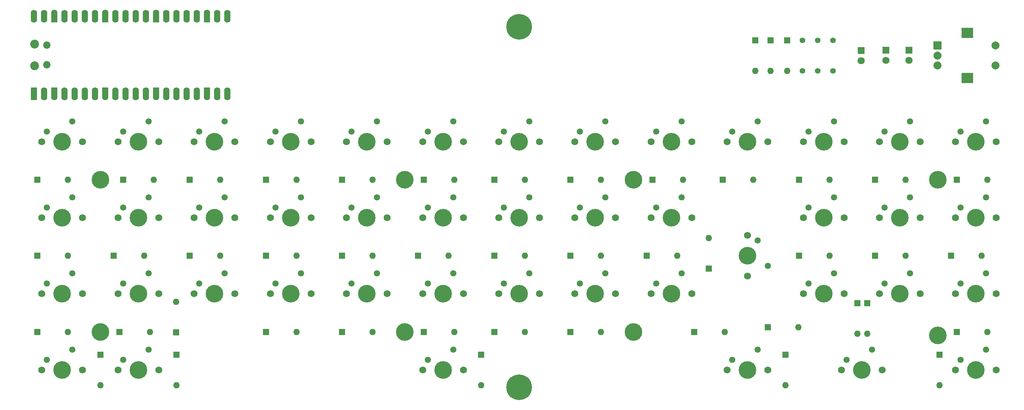
<source format=gbr>
%TF.GenerationSoftware,KiCad,Pcbnew,8.0.3*%
%TF.CreationDate,2024-07-13T14:49:37+01:00*%
%TF.ProjectId,CursedBoard,43757273-6564-4426-9f61-72642e6b6963,rev?*%
%TF.SameCoordinates,Original*%
%TF.FileFunction,Soldermask,Top*%
%TF.FilePolarity,Negative*%
%FSLAX46Y46*%
G04 Gerber Fmt 4.6, Leading zero omitted, Abs format (unit mm)*
G04 Created by KiCad (PCBNEW 8.0.3) date 2024-07-13 14:49:37*
%MOMM*%
%LPD*%
G01*
G04 APERTURE LIST*
G04 Aperture macros list*
%AMRoundRect*
0 Rectangle with rounded corners*
0 $1 Rounding radius*
0 $2 $3 $4 $5 $6 $7 $8 $9 X,Y pos of 4 corners*
0 Add a 4 corners polygon primitive as box body*
4,1,4,$2,$3,$4,$5,$6,$7,$8,$9,$2,$3,0*
0 Add four circle primitives for the rounded corners*
1,1,$1+$1,$2,$3*
1,1,$1+$1,$4,$5*
1,1,$1+$1,$6,$7*
1,1,$1+$1,$8,$9*
0 Add four rect primitives between the rounded corners*
20,1,$1+$1,$2,$3,$4,$5,0*
20,1,$1+$1,$4,$5,$6,$7,0*
20,1,$1+$1,$6,$7,$8,$9,0*
20,1,$1+$1,$8,$9,$2,$3,0*%
%AMFreePoly0*
4,1,28,0.178017,0.779942,0.347107,0.720775,0.498792,0.625465,0.625465,0.498792,0.720775,0.347107,0.779942,0.178017,0.800000,0.000000,0.779942,-0.178017,0.720775,-0.347107,0.625465,-0.498792,0.498792,-0.625465,0.347107,-0.720775,0.178017,-0.779942,0.000000,-0.800000,-2.200000,-0.800000,-2.205014,-0.794986,-2.244504,-0.794986,-2.324698,-0.756366,-2.380194,-0.686777,-2.400000,-0.600000,
-2.400000,0.600000,-2.380194,0.686777,-2.324698,0.756366,-2.244504,0.794986,-2.205014,0.794986,-2.200000,0.800000,0.000000,0.800000,0.178017,0.779942,0.178017,0.779942,$1*%
%AMFreePoly1*
4,1,28,0.605014,0.794986,0.644504,0.794986,0.724698,0.756366,0.780194,0.686777,0.800000,0.600000,0.800000,-0.600000,0.780194,-0.686777,0.724698,-0.756366,0.644504,-0.794986,0.605014,-0.794986,0.600000,-0.800000,0.000000,-0.800000,-0.178017,-0.779942,-0.347107,-0.720775,-0.498792,-0.625465,-0.625465,-0.498792,-0.720775,-0.347107,-0.779942,-0.178017,-0.800000,0.000000,-0.779942,0.178017,
-0.720775,0.347107,-0.625465,0.498792,-0.498792,0.625465,-0.347107,0.720775,-0.178017,0.779942,0.000000,0.800000,0.600000,0.800000,0.605014,0.794986,0.605014,0.794986,$1*%
%AMFreePoly2*
4,1,29,0.605014,0.794986,0.644504,0.794986,0.724698,0.756366,0.780194,0.686777,0.800000,0.600000,0.800000,-0.600000,0.780194,-0.686777,0.724698,-0.756366,0.644504,-0.794986,0.605014,-0.794986,0.600000,-0.800000,0.000000,-0.800000,-1.600000,-0.800000,-1.778017,-0.779942,-1.947107,-0.720775,-2.098792,-0.625465,-2.225465,-0.498792,-2.320775,-0.347107,-2.379942,-0.178017,-2.400000,0.000000,
-2.379942,0.178017,-2.320775,0.347107,-2.225465,0.498792,-2.098792,0.625465,-1.947107,0.720775,-1.778017,0.779942,-1.600000,0.800000,0.600000,0.800000,0.605014,0.794986,0.605014,0.794986,$1*%
%AMFreePoly3*
4,1,28,0.178017,0.779942,0.347107,0.720775,0.498792,0.625465,0.625465,0.498792,0.720775,0.347107,0.779942,0.178017,0.800000,0.000000,0.779942,-0.178017,0.720775,-0.347107,0.625465,-0.498792,0.498792,-0.625465,0.347107,-0.720775,0.178017,-0.779942,0.000000,-0.800000,-0.600000,-0.800000,-0.605014,-0.794986,-0.644504,-0.794986,-0.724698,-0.756366,-0.780194,-0.686777,-0.800000,-0.600000,
-0.800000,0.600000,-0.780194,0.686777,-0.724698,0.756366,-0.644504,0.794986,-0.605014,0.794986,-0.600000,0.800000,0.000000,0.800000,0.178017,0.779942,0.178017,0.779942,$1*%
%AMFreePoly4*
4,1,29,1.778017,0.779942,1.947107,0.720775,2.098792,0.625465,2.225465,0.498792,2.320775,0.347107,2.379942,0.178017,2.400000,0.000000,2.379942,-0.178017,2.320775,-0.347107,2.225465,-0.498792,2.098792,-0.625465,1.947107,-0.720775,1.778017,-0.779942,1.600000,-0.800000,0.000000,-0.800000,-0.600000,-0.800000,-0.605014,-0.794986,-0.644504,-0.794986,-0.724698,-0.756366,-0.780194,-0.686777,
-0.800000,-0.600000,-0.800000,0.600000,-0.780194,0.686777,-0.724698,0.756366,-0.644504,0.794986,-0.605014,0.794986,-0.600000,0.800000,1.600000,0.800000,1.778017,0.779942,1.778017,0.779942,$1*%
G04 Aperture macros list end*
%ADD10C,1.750000*%
%ADD11C,1.550000*%
%ADD12C,4.400000*%
%ADD13C,1.400000*%
%ADD14R,1.800000X1.800000*%
%ADD15C,1.800000*%
%ADD16R,2.000000X2.000000*%
%ADD17C,2.000000*%
%ADD18R,3.000000X2.500000*%
%ADD19C,2.200000*%
%ADD20C,1.850000*%
%ADD21RoundRect,0.200000X0.600000X-0.600000X0.600000X0.600000X-0.600000X0.600000X-0.600000X-0.600000X0*%
%ADD22FreePoly0,90.000000*%
%ADD23C,1.600000*%
%ADD24RoundRect,0.800000X0.000010X-0.800000X0.000010X0.800000X-0.000010X0.800000X-0.000010X-0.800000X0*%
%ADD25FreePoly1,90.000000*%
%ADD26FreePoly2,90.000000*%
%ADD27FreePoly3,90.000000*%
%ADD28FreePoly4,90.000000*%
%ADD29R,1.600000X1.600000*%
%ADD30O,1.600000X1.600000*%
%ADD31C,6.400000*%
G04 APERTURE END LIST*
D10*
%TO.C,SW30*%
X87545000Y-130625000D03*
D11*
X88815000Y-128085000D03*
D12*
X92625000Y-130625000D03*
D11*
X95165000Y-125545000D03*
D10*
X97705000Y-130625000D03*
%TD*%
D12*
%TO.C,H7*%
X254125000Y-102125000D03*
%TD*%
D10*
%TO.C,SW29*%
X68545000Y-130625000D03*
D11*
X69815000Y-128085000D03*
D12*
X73625000Y-130625000D03*
D11*
X76165000Y-125545000D03*
D10*
X78705000Y-130625000D03*
%TD*%
%TO.C,SW5*%
X106545000Y-92625000D03*
D11*
X107815000Y-90085000D03*
D12*
X111625000Y-92625000D03*
D11*
X114165000Y-87545000D03*
D10*
X116705000Y-92625000D03*
%TD*%
D13*
%TO.C,R1*%
X220345000Y-74930000D03*
X220345000Y-67310000D03*
%TD*%
D10*
%TO.C,SW35*%
X182545000Y-130625000D03*
D11*
X183815000Y-128085000D03*
D12*
X187625000Y-130625000D03*
D11*
X190165000Y-125545000D03*
D10*
X192705000Y-130625000D03*
%TD*%
%TO.C,SW19*%
X125545000Y-111625000D03*
D11*
X126815000Y-109085000D03*
D12*
X130625000Y-111625000D03*
D11*
X133165000Y-106545000D03*
D10*
X135705000Y-111625000D03*
%TD*%
D14*
%TO.C,D45*%
X246888000Y-69845000D03*
D15*
X246888000Y-72385000D03*
%TD*%
D10*
%TO.C,SW22*%
X182545000Y-111625000D03*
D11*
X183815000Y-109085000D03*
D12*
X187625000Y-111625000D03*
D11*
X190165000Y-106545000D03*
D10*
X192705000Y-111625000D03*
%TD*%
D16*
%TO.C,SW45*%
X254000000Y-68620000D03*
D17*
X254000000Y-73620000D03*
X254000000Y-71120000D03*
D18*
X261500000Y-65520000D03*
X261500000Y-76720000D03*
D17*
X268500000Y-68620000D03*
X268500000Y-73620000D03*
%TD*%
D12*
%TO.C,H13*%
X121125000Y-140125000D03*
%TD*%
D10*
%TO.C,SW18*%
X106545000Y-111625000D03*
D11*
X107815000Y-109085000D03*
D12*
X111625000Y-111625000D03*
D11*
X114165000Y-106545000D03*
D10*
X116705000Y-111625000D03*
%TD*%
D14*
%TO.C,D50*%
X234950000Y-69850000D03*
D15*
X234950000Y-72390000D03*
%TD*%
D19*
%TO.C,A1*%
X28705000Y-73725000D03*
D20*
X31735000Y-73425000D03*
X31735000Y-68575000D03*
D19*
X28705000Y-68275000D03*
D21*
X28575000Y-79890000D03*
D22*
X28575000Y-79890000D03*
D23*
X31115000Y-79890000D03*
D24*
X31115000Y-80690000D03*
D25*
X33655000Y-79890000D03*
D26*
X33655000Y-79890000D03*
D23*
X36195000Y-79890000D03*
D24*
X36195000Y-80690000D03*
D23*
X38735000Y-79890000D03*
D24*
X38735000Y-80690000D03*
D23*
X41275000Y-79890000D03*
D24*
X41275000Y-80690000D03*
D23*
X43815000Y-79890000D03*
D24*
X43815000Y-80690000D03*
D25*
X46355000Y-79890000D03*
D26*
X46355000Y-79890000D03*
D23*
X48895000Y-79890000D03*
D24*
X48895000Y-80690000D03*
D23*
X51435000Y-79890000D03*
D24*
X51435000Y-80690000D03*
D23*
X53975000Y-79890000D03*
D24*
X53975000Y-80690000D03*
D23*
X56515000Y-79890000D03*
D24*
X56515000Y-80690000D03*
D25*
X59055000Y-79890000D03*
D26*
X59055000Y-79890000D03*
D23*
X61595000Y-79890000D03*
D24*
X61595000Y-80690000D03*
D23*
X64135000Y-79890000D03*
D24*
X64135000Y-80690000D03*
D23*
X66675000Y-79890000D03*
D24*
X66675000Y-80690000D03*
D23*
X69215000Y-79890000D03*
D24*
X69215000Y-80690000D03*
D25*
X71755000Y-79890000D03*
D26*
X71755000Y-79890000D03*
D23*
X74295000Y-79890000D03*
D24*
X74295000Y-80690000D03*
D23*
X76835000Y-79890000D03*
D24*
X76835000Y-80690000D03*
D23*
X76835000Y-62110000D03*
D24*
X76835000Y-61310000D03*
D23*
X74295000Y-62110000D03*
D24*
X74295000Y-61310000D03*
D27*
X71755000Y-62110000D03*
D28*
X71755000Y-62110000D03*
D23*
X69215000Y-62110000D03*
D24*
X69215000Y-61310000D03*
D23*
X66675000Y-62110000D03*
D24*
X66675000Y-61310000D03*
D23*
X64135000Y-62110000D03*
D24*
X64135000Y-61310000D03*
D23*
X61595000Y-62110000D03*
D24*
X61595000Y-61310000D03*
D27*
X59055000Y-62110000D03*
D28*
X59055000Y-62110000D03*
D23*
X56515000Y-62110000D03*
D24*
X56515000Y-61310000D03*
D23*
X53975000Y-62110000D03*
D24*
X53975000Y-61310000D03*
D23*
X51435000Y-62110000D03*
D24*
X51435000Y-61310000D03*
D23*
X48895000Y-62110000D03*
D24*
X48895000Y-61310000D03*
D27*
X46355000Y-62110000D03*
D28*
X46355000Y-62110000D03*
D23*
X43815000Y-62110000D03*
D24*
X43815000Y-61310000D03*
D23*
X41275000Y-62110000D03*
D24*
X41275000Y-61310000D03*
D23*
X38735000Y-62110000D03*
D24*
X38735000Y-61310000D03*
D23*
X36195000Y-62110000D03*
D24*
X36195000Y-61310000D03*
D27*
X33655000Y-62110000D03*
D28*
X33655000Y-62110000D03*
D23*
X31115000Y-62110000D03*
D24*
X31115000Y-61310000D03*
D23*
X28575000Y-62110000D03*
D24*
X28575000Y-61310000D03*
%TD*%
D10*
%TO.C,SW14*%
X30545000Y-111625000D03*
D11*
X31815000Y-109085000D03*
D12*
X35625000Y-111625000D03*
D11*
X38165000Y-106545000D03*
D10*
X40705000Y-111625000D03*
%TD*%
%TO.C,SW16*%
X68545000Y-111625000D03*
D11*
X69815000Y-109085000D03*
D12*
X73625000Y-111625000D03*
D11*
X76165000Y-106545000D03*
D10*
X78705000Y-111625000D03*
%TD*%
D29*
%TO.C,D47*%
X212344000Y-67310000D03*
D30*
X212344000Y-74930000D03*
%TD*%
D10*
%TO.C,SW17*%
X87545000Y-111625000D03*
D11*
X88815000Y-109085000D03*
D12*
X92625000Y-111625000D03*
D11*
X95165000Y-106545000D03*
D10*
X97705000Y-111625000D03*
%TD*%
%TO.C,SW23*%
X206625000Y-116045000D03*
D11*
X209165000Y-117315000D03*
D12*
X206625000Y-121125000D03*
D11*
X211705000Y-123665000D03*
D10*
X206625000Y-126205000D03*
%TD*%
D12*
%TO.C,H11*%
X121125000Y-102125000D03*
%TD*%
D10*
%TO.C,SW1*%
X30545000Y-92625000D03*
D11*
X31815000Y-90085000D03*
D12*
X35625000Y-92625000D03*
D11*
X38165000Y-87545000D03*
D10*
X40705000Y-92625000D03*
%TD*%
D12*
%TO.C,H10*%
X254125000Y-140970000D03*
%TD*%
D10*
%TO.C,SW12*%
X239545000Y-92625000D03*
D11*
X240815000Y-90085000D03*
D12*
X244625000Y-92625000D03*
D11*
X247165000Y-87545000D03*
D10*
X249705000Y-92625000D03*
%TD*%
D31*
%TO.C,H2*%
X149625000Y-154000000D03*
%TD*%
D12*
%TO.C,H14*%
X178125000Y-140125000D03*
%TD*%
D10*
%TO.C,SW6*%
X125545000Y-92625000D03*
D11*
X126815000Y-90085000D03*
D12*
X130625000Y-92625000D03*
D11*
X133165000Y-87545000D03*
D10*
X135705000Y-92625000D03*
%TD*%
%TO.C,SW33*%
X144545000Y-130625000D03*
D11*
X145815000Y-128085000D03*
D12*
X149625000Y-130625000D03*
D11*
X152165000Y-125545000D03*
D10*
X154705000Y-130625000D03*
%TD*%
%TO.C,SW15*%
X49545000Y-111625000D03*
D11*
X50815000Y-109085000D03*
D12*
X54625000Y-111625000D03*
D11*
X57165000Y-106545000D03*
D10*
X59705000Y-111625000D03*
%TD*%
D14*
%TO.C,D46*%
X241173000Y-69840000D03*
D15*
X241173000Y-72380000D03*
%TD*%
D10*
%TO.C,SW27*%
X30545000Y-130625000D03*
D11*
X31815000Y-128085000D03*
D12*
X35625000Y-130625000D03*
D11*
X38165000Y-125545000D03*
D10*
X40705000Y-130625000D03*
%TD*%
D29*
%TO.C,D48*%
X208534000Y-67310000D03*
D30*
X208534000Y-74930000D03*
%TD*%
D31*
%TO.C,H1*%
X149625000Y-64000000D03*
%TD*%
D10*
%TO.C,SW42*%
X201545000Y-149625000D03*
D11*
X202815000Y-147085000D03*
D12*
X206625000Y-149625000D03*
D11*
X209165000Y-144545000D03*
D10*
X211705000Y-149625000D03*
%TD*%
%TO.C,SW24*%
X220545000Y-111625000D03*
D11*
X221815000Y-109085000D03*
D12*
X225625000Y-111625000D03*
D11*
X228165000Y-106545000D03*
D10*
X230705000Y-111625000D03*
%TD*%
%TO.C,SW7*%
X144545000Y-92625000D03*
D11*
X145815000Y-90085000D03*
D12*
X149625000Y-92625000D03*
D11*
X152165000Y-87545000D03*
D10*
X154705000Y-92625000D03*
%TD*%
%TO.C,SW40*%
X49545000Y-149625000D03*
D11*
X50815000Y-147085000D03*
D12*
X54625000Y-149625000D03*
D11*
X57165000Y-144545000D03*
D10*
X59705000Y-149625000D03*
%TD*%
%TO.C,SW43*%
X230045000Y-149625000D03*
D11*
X231315000Y-147085000D03*
D12*
X235125000Y-149625000D03*
D11*
X237665000Y-144545000D03*
D10*
X240205000Y-149625000D03*
%TD*%
%TO.C,SW39*%
X30545000Y-149625000D03*
D11*
X31815000Y-147085000D03*
D12*
X35625000Y-149625000D03*
D11*
X38165000Y-144545000D03*
D10*
X40705000Y-149625000D03*
%TD*%
%TO.C,SW13*%
X258545000Y-92625000D03*
D11*
X259815000Y-90085000D03*
D12*
X263625000Y-92625000D03*
D11*
X266165000Y-87545000D03*
D10*
X268705000Y-92625000D03*
%TD*%
%TO.C,SW8*%
X163545000Y-92625000D03*
D11*
X164815000Y-90085000D03*
D12*
X168625000Y-92625000D03*
D11*
X171165000Y-87545000D03*
D10*
X173705000Y-92625000D03*
%TD*%
%TO.C,SW32*%
X125545000Y-130625000D03*
D11*
X126815000Y-128085000D03*
D12*
X130625000Y-130625000D03*
D11*
X133165000Y-125545000D03*
D10*
X135705000Y-130625000D03*
%TD*%
%TO.C,SW25*%
X239545000Y-111625000D03*
D11*
X240815000Y-109085000D03*
D12*
X244625000Y-111625000D03*
D11*
X247165000Y-106545000D03*
D10*
X249705000Y-111625000D03*
%TD*%
%TO.C,SW37*%
X239545000Y-130625000D03*
D11*
X240815000Y-128085000D03*
D12*
X244625000Y-130625000D03*
D11*
X247165000Y-125545000D03*
D10*
X249705000Y-130625000D03*
%TD*%
%TO.C,SW21*%
X163545000Y-111625000D03*
D11*
X164815000Y-109085000D03*
D12*
X168625000Y-111625000D03*
D11*
X171165000Y-106545000D03*
D10*
X173705000Y-111625000D03*
%TD*%
%TO.C,SW10*%
X201545000Y-92625000D03*
D11*
X202815000Y-90085000D03*
D12*
X206625000Y-92625000D03*
D11*
X209165000Y-87545000D03*
D10*
X211705000Y-92625000D03*
%TD*%
%TO.C,SW11*%
X220545000Y-92625000D03*
D11*
X221815000Y-90085000D03*
D12*
X225625000Y-92625000D03*
D11*
X228165000Y-87545000D03*
D10*
X230705000Y-92625000D03*
%TD*%
%TO.C,SW20*%
X144545000Y-111625000D03*
D11*
X145815000Y-109085000D03*
D12*
X149625000Y-111625000D03*
D11*
X152165000Y-106545000D03*
D10*
X154705000Y-111625000D03*
%TD*%
%TO.C,SW34*%
X163545000Y-130625000D03*
D11*
X164815000Y-128085000D03*
D12*
X168625000Y-130625000D03*
D11*
X171165000Y-125545000D03*
D10*
X173705000Y-130625000D03*
%TD*%
%TO.C,SW3*%
X68545000Y-92625000D03*
D11*
X69815000Y-90085000D03*
D12*
X73625000Y-92625000D03*
D11*
X76165000Y-87545000D03*
D10*
X78705000Y-92625000D03*
%TD*%
%TO.C,SW36*%
X220545000Y-130625000D03*
D11*
X221815000Y-128085000D03*
D12*
X225625000Y-130625000D03*
D11*
X228165000Y-125545000D03*
D10*
X230705000Y-130625000D03*
%TD*%
%TO.C,SW4*%
X87545000Y-92625000D03*
D11*
X88815000Y-90085000D03*
D12*
X92625000Y-92625000D03*
D11*
X95165000Y-87545000D03*
D10*
X97705000Y-92625000D03*
%TD*%
D12*
%TO.C,H8*%
X45125000Y-102125000D03*
%TD*%
D10*
%TO.C,SW31*%
X106545000Y-130625000D03*
D11*
X107815000Y-128085000D03*
D12*
X111625000Y-130625000D03*
D11*
X114165000Y-125545000D03*
D10*
X116705000Y-130625000D03*
%TD*%
D29*
%TO.C,D49*%
X216535000Y-67310000D03*
D30*
X216535000Y-74930000D03*
%TD*%
D10*
%TO.C,SW26*%
X258545000Y-111625000D03*
D11*
X259815000Y-109085000D03*
D12*
X263625000Y-111625000D03*
D11*
X266165000Y-106545000D03*
D10*
X268705000Y-111625000D03*
%TD*%
D12*
%TO.C,H12*%
X178125000Y-102125000D03*
%TD*%
D10*
%TO.C,SW41*%
X125545000Y-149625000D03*
D11*
X126815000Y-147085000D03*
D12*
X130625000Y-149625000D03*
D11*
X133165000Y-144545000D03*
D10*
X135705000Y-149625000D03*
%TD*%
D13*
%TO.C,R3*%
X227965000Y-74930000D03*
X227965000Y-67310000D03*
%TD*%
%TO.C,R2*%
X224155000Y-74930000D03*
X224155000Y-67310000D03*
%TD*%
D10*
%TO.C,SW28*%
X49545000Y-130625000D03*
D11*
X50815000Y-128085000D03*
D12*
X54625000Y-130625000D03*
D11*
X57165000Y-125545000D03*
D10*
X59705000Y-130625000D03*
%TD*%
%TO.C,SW38*%
X258545000Y-130625000D03*
D11*
X259815000Y-128085000D03*
D12*
X263625000Y-130625000D03*
D11*
X266165000Y-125545000D03*
D10*
X268705000Y-130625000D03*
%TD*%
D12*
%TO.C,H9*%
X45125000Y-140125000D03*
%TD*%
D10*
%TO.C,SW2*%
X49545000Y-92625000D03*
D11*
X50815000Y-90085000D03*
D12*
X54625000Y-92625000D03*
D11*
X57165000Y-87545000D03*
D10*
X59705000Y-92625000D03*
%TD*%
%TO.C,SW9*%
X182545000Y-92625000D03*
D11*
X183815000Y-90085000D03*
D12*
X187625000Y-92625000D03*
D11*
X190165000Y-87545000D03*
D10*
X192705000Y-92625000D03*
%TD*%
%TO.C,SW44*%
X258545000Y-149625000D03*
D11*
X259815000Y-147085000D03*
D12*
X263625000Y-149625000D03*
D11*
X266165000Y-144545000D03*
D10*
X268705000Y-149625000D03*
%TD*%
D29*
%TO.C,D44*%
X254500000Y-145815000D03*
D30*
X254500000Y-153435000D03*
%TD*%
D29*
%TO.C,D35*%
X193315000Y-140125000D03*
D30*
X200935000Y-140125000D03*
%TD*%
D29*
%TO.C,D4*%
X86440000Y-102125000D03*
D30*
X94060000Y-102125000D03*
%TD*%
D29*
%TO.C,D16*%
X67440000Y-121125000D03*
D30*
X75060000Y-121125000D03*
%TD*%
D29*
%TO.C,D2*%
X50815000Y-102125000D03*
D30*
X58435000Y-102125000D03*
%TD*%
D29*
%TO.C,D18*%
X105440000Y-121125000D03*
D30*
X113060000Y-121125000D03*
%TD*%
D29*
%TO.C,D37*%
X234000000Y-133000000D03*
D30*
X234000000Y-140620000D03*
%TD*%
D29*
%TO.C,D43*%
X140125000Y-145815000D03*
D30*
X140125000Y-153435000D03*
%TD*%
D29*
%TO.C,D31*%
X105440000Y-140125000D03*
D30*
X113060000Y-140125000D03*
%TD*%
D29*
%TO.C,D6*%
X125875000Y-102125000D03*
D30*
X133495000Y-102125000D03*
%TD*%
D29*
%TO.C,D25*%
X238440000Y-121125000D03*
D30*
X246060000Y-121125000D03*
%TD*%
D29*
%TO.C,D20*%
X143440000Y-121125000D03*
D30*
X151060000Y-121125000D03*
%TD*%
D29*
%TO.C,D9*%
X182875000Y-102125000D03*
D30*
X190495000Y-102125000D03*
%TD*%
D29*
%TO.C,D38*%
X258875000Y-140125000D03*
D30*
X266495000Y-140125000D03*
%TD*%
D29*
%TO.C,D1*%
X29440000Y-102125000D03*
D30*
X37060000Y-102125000D03*
%TD*%
D29*
%TO.C,D11*%
X219440000Y-102125000D03*
D30*
X227060000Y-102125000D03*
%TD*%
D29*
%TO.C,D13*%
X258875000Y-102125000D03*
D30*
X266495000Y-102125000D03*
%TD*%
D29*
%TO.C,D36*%
X211690000Y-139000000D03*
D30*
X219310000Y-139000000D03*
%TD*%
D29*
%TO.C,D26*%
X257440000Y-121125000D03*
D30*
X265060000Y-121125000D03*
%TD*%
D29*
%TO.C,D23*%
X197000000Y-124310000D03*
D30*
X197000000Y-116690000D03*
%TD*%
D29*
%TO.C,D8*%
X162440000Y-102125000D03*
D30*
X170060000Y-102125000D03*
%TD*%
D29*
%TO.C,D30*%
X86440000Y-140125000D03*
D30*
X94060000Y-140125000D03*
%TD*%
D29*
%TO.C,D7*%
X143440000Y-102125000D03*
D30*
X151060000Y-102125000D03*
%TD*%
D29*
%TO.C,D42*%
X236500000Y-133000000D03*
D30*
X236500000Y-140620000D03*
%TD*%
D29*
%TO.C,D22*%
X181440000Y-121125000D03*
D30*
X189060000Y-121125000D03*
%TD*%
D29*
%TO.C,D14*%
X29440000Y-121125000D03*
D30*
X37060000Y-121125000D03*
%TD*%
D29*
%TO.C,D33*%
X143440000Y-140125000D03*
D30*
X151060000Y-140125000D03*
%TD*%
D29*
%TO.C,D34*%
X162440000Y-140125000D03*
D30*
X170060000Y-140125000D03*
%TD*%
D29*
%TO.C,D28*%
X49875000Y-140125000D03*
D30*
X57495000Y-140125000D03*
%TD*%
D29*
%TO.C,D41*%
X216125000Y-145815000D03*
D30*
X216125000Y-153435000D03*
%TD*%
D29*
%TO.C,D12*%
X238440000Y-102125000D03*
D30*
X246060000Y-102125000D03*
%TD*%
D29*
%TO.C,D27*%
X29440000Y-140125000D03*
D30*
X37060000Y-140125000D03*
%TD*%
D29*
%TO.C,D5*%
X105440000Y-102125000D03*
D30*
X113060000Y-102125000D03*
%TD*%
D29*
%TO.C,D40*%
X64125000Y-145815000D03*
D30*
X64125000Y-153435000D03*
%TD*%
D29*
%TO.C,D19*%
X124440000Y-121125000D03*
D30*
X132060000Y-121125000D03*
%TD*%
D29*
%TO.C,D17*%
X86440000Y-121125000D03*
D30*
X94060000Y-121125000D03*
%TD*%
D29*
%TO.C,D39*%
X45125000Y-145815000D03*
D30*
X45125000Y-153435000D03*
%TD*%
D29*
%TO.C,D21*%
X162440000Y-121125000D03*
D30*
X170060000Y-121125000D03*
%TD*%
D29*
%TO.C,D10*%
X200440000Y-102125000D03*
D30*
X208060000Y-102125000D03*
%TD*%
D29*
%TO.C,D29*%
X64000000Y-140210000D03*
D30*
X64000000Y-132590000D03*
%TD*%
D29*
%TO.C,D24*%
X219440000Y-121125000D03*
D30*
X227060000Y-121125000D03*
%TD*%
D29*
%TO.C,D15*%
X48440000Y-121125000D03*
D30*
X56060000Y-121125000D03*
%TD*%
D29*
%TO.C,D32*%
X125875000Y-140125000D03*
D30*
X133495000Y-140125000D03*
%TD*%
D29*
%TO.C,D3*%
X67440000Y-102125000D03*
D30*
X75060000Y-102125000D03*
%TD*%
M02*

</source>
